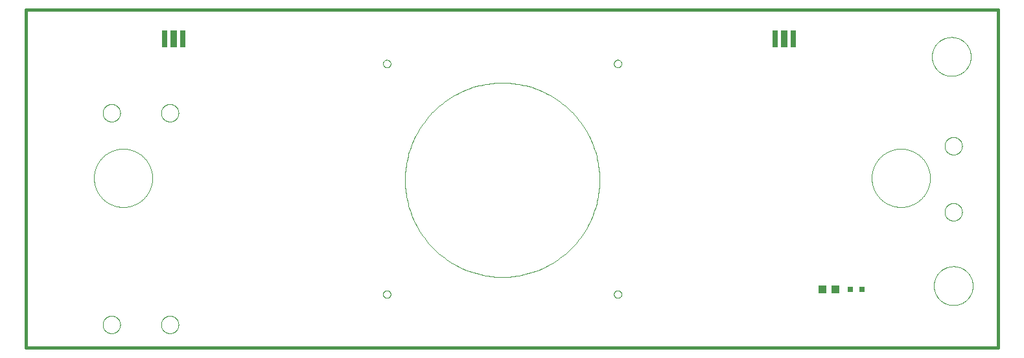
<source format=gtp>
G75*
%MOIN*%
%OFA0B0*%
%FSLAX25Y25*%
%IPPOS*%
%LPD*%
%AMOC8*
5,1,8,0,0,1.08239X$1,22.5*
%
%ADD10C,0.01600*%
%ADD11C,0.00000*%
%ADD12R,0.03622X0.09016*%
%ADD13R,0.02598X0.09016*%
%ADD14R,0.03150X0.03150*%
%ADD15R,0.04331X0.03937*%
D10*
X0128333Y0033333D02*
X0128333Y0207333D01*
X0628333Y0207333D01*
X0628333Y0033333D01*
X0128333Y0033333D01*
D11*
X0167833Y0045333D02*
X0167835Y0045467D01*
X0167841Y0045601D01*
X0167851Y0045734D01*
X0167865Y0045868D01*
X0167883Y0046001D01*
X0167905Y0046133D01*
X0167930Y0046264D01*
X0167960Y0046395D01*
X0167994Y0046525D01*
X0168031Y0046653D01*
X0168072Y0046781D01*
X0168117Y0046907D01*
X0168166Y0047032D01*
X0168218Y0047155D01*
X0168274Y0047277D01*
X0168334Y0047397D01*
X0168397Y0047515D01*
X0168464Y0047631D01*
X0168534Y0047745D01*
X0168608Y0047857D01*
X0168685Y0047967D01*
X0168765Y0048075D01*
X0168848Y0048180D01*
X0168934Y0048282D01*
X0169023Y0048382D01*
X0169116Y0048479D01*
X0169211Y0048574D01*
X0169309Y0048665D01*
X0169409Y0048754D01*
X0169512Y0048839D01*
X0169618Y0048922D01*
X0169726Y0049001D01*
X0169836Y0049077D01*
X0169949Y0049150D01*
X0170064Y0049219D01*
X0170180Y0049285D01*
X0170299Y0049347D01*
X0170419Y0049406D01*
X0170542Y0049461D01*
X0170665Y0049513D01*
X0170790Y0049560D01*
X0170917Y0049604D01*
X0171045Y0049645D01*
X0171174Y0049681D01*
X0171304Y0049714D01*
X0171435Y0049742D01*
X0171566Y0049767D01*
X0171699Y0049788D01*
X0171832Y0049805D01*
X0171965Y0049818D01*
X0172099Y0049827D01*
X0172233Y0049832D01*
X0172367Y0049833D01*
X0172500Y0049830D01*
X0172634Y0049823D01*
X0172768Y0049812D01*
X0172901Y0049797D01*
X0173034Y0049778D01*
X0173166Y0049755D01*
X0173297Y0049729D01*
X0173427Y0049698D01*
X0173557Y0049663D01*
X0173685Y0049625D01*
X0173812Y0049583D01*
X0173938Y0049537D01*
X0174063Y0049487D01*
X0174186Y0049434D01*
X0174307Y0049377D01*
X0174427Y0049316D01*
X0174544Y0049252D01*
X0174660Y0049185D01*
X0174774Y0049114D01*
X0174885Y0049039D01*
X0174994Y0048962D01*
X0175101Y0048881D01*
X0175206Y0048797D01*
X0175307Y0048710D01*
X0175407Y0048620D01*
X0175503Y0048527D01*
X0175597Y0048431D01*
X0175688Y0048332D01*
X0175775Y0048231D01*
X0175860Y0048127D01*
X0175942Y0048021D01*
X0176020Y0047913D01*
X0176095Y0047802D01*
X0176167Y0047689D01*
X0176236Y0047573D01*
X0176301Y0047456D01*
X0176362Y0047337D01*
X0176420Y0047216D01*
X0176474Y0047094D01*
X0176525Y0046970D01*
X0176572Y0046844D01*
X0176615Y0046717D01*
X0176654Y0046589D01*
X0176690Y0046460D01*
X0176721Y0046330D01*
X0176749Y0046199D01*
X0176773Y0046067D01*
X0176793Y0045934D01*
X0176809Y0045801D01*
X0176821Y0045668D01*
X0176829Y0045534D01*
X0176833Y0045400D01*
X0176833Y0045266D01*
X0176829Y0045132D01*
X0176821Y0044998D01*
X0176809Y0044865D01*
X0176793Y0044732D01*
X0176773Y0044599D01*
X0176749Y0044467D01*
X0176721Y0044336D01*
X0176690Y0044206D01*
X0176654Y0044077D01*
X0176615Y0043949D01*
X0176572Y0043822D01*
X0176525Y0043696D01*
X0176474Y0043572D01*
X0176420Y0043450D01*
X0176362Y0043329D01*
X0176301Y0043210D01*
X0176236Y0043093D01*
X0176167Y0042977D01*
X0176095Y0042864D01*
X0176020Y0042753D01*
X0175942Y0042645D01*
X0175860Y0042539D01*
X0175775Y0042435D01*
X0175688Y0042334D01*
X0175597Y0042235D01*
X0175503Y0042139D01*
X0175407Y0042046D01*
X0175307Y0041956D01*
X0175206Y0041869D01*
X0175101Y0041785D01*
X0174994Y0041704D01*
X0174885Y0041627D01*
X0174774Y0041552D01*
X0174660Y0041481D01*
X0174544Y0041414D01*
X0174427Y0041350D01*
X0174307Y0041289D01*
X0174186Y0041232D01*
X0174063Y0041179D01*
X0173938Y0041129D01*
X0173812Y0041083D01*
X0173685Y0041041D01*
X0173557Y0041003D01*
X0173427Y0040968D01*
X0173297Y0040937D01*
X0173166Y0040911D01*
X0173034Y0040888D01*
X0172901Y0040869D01*
X0172768Y0040854D01*
X0172634Y0040843D01*
X0172500Y0040836D01*
X0172367Y0040833D01*
X0172233Y0040834D01*
X0172099Y0040839D01*
X0171965Y0040848D01*
X0171832Y0040861D01*
X0171699Y0040878D01*
X0171566Y0040899D01*
X0171435Y0040924D01*
X0171304Y0040952D01*
X0171174Y0040985D01*
X0171045Y0041021D01*
X0170917Y0041062D01*
X0170790Y0041106D01*
X0170665Y0041153D01*
X0170542Y0041205D01*
X0170419Y0041260D01*
X0170299Y0041319D01*
X0170180Y0041381D01*
X0170064Y0041447D01*
X0169949Y0041516D01*
X0169836Y0041589D01*
X0169726Y0041665D01*
X0169618Y0041744D01*
X0169512Y0041827D01*
X0169409Y0041912D01*
X0169309Y0042001D01*
X0169211Y0042092D01*
X0169116Y0042187D01*
X0169023Y0042284D01*
X0168934Y0042384D01*
X0168848Y0042486D01*
X0168765Y0042591D01*
X0168685Y0042699D01*
X0168608Y0042809D01*
X0168534Y0042921D01*
X0168464Y0043035D01*
X0168397Y0043151D01*
X0168334Y0043269D01*
X0168274Y0043389D01*
X0168218Y0043511D01*
X0168166Y0043634D01*
X0168117Y0043759D01*
X0168072Y0043885D01*
X0168031Y0044013D01*
X0167994Y0044141D01*
X0167960Y0044271D01*
X0167930Y0044402D01*
X0167905Y0044533D01*
X0167883Y0044665D01*
X0167865Y0044798D01*
X0167851Y0044932D01*
X0167841Y0045065D01*
X0167835Y0045199D01*
X0167833Y0045333D01*
X0197833Y0045333D02*
X0197835Y0045467D01*
X0197841Y0045601D01*
X0197851Y0045734D01*
X0197865Y0045868D01*
X0197883Y0046001D01*
X0197905Y0046133D01*
X0197930Y0046264D01*
X0197960Y0046395D01*
X0197994Y0046525D01*
X0198031Y0046653D01*
X0198072Y0046781D01*
X0198117Y0046907D01*
X0198166Y0047032D01*
X0198218Y0047155D01*
X0198274Y0047277D01*
X0198334Y0047397D01*
X0198397Y0047515D01*
X0198464Y0047631D01*
X0198534Y0047745D01*
X0198608Y0047857D01*
X0198685Y0047967D01*
X0198765Y0048075D01*
X0198848Y0048180D01*
X0198934Y0048282D01*
X0199023Y0048382D01*
X0199116Y0048479D01*
X0199211Y0048574D01*
X0199309Y0048665D01*
X0199409Y0048754D01*
X0199512Y0048839D01*
X0199618Y0048922D01*
X0199726Y0049001D01*
X0199836Y0049077D01*
X0199949Y0049150D01*
X0200064Y0049219D01*
X0200180Y0049285D01*
X0200299Y0049347D01*
X0200419Y0049406D01*
X0200542Y0049461D01*
X0200665Y0049513D01*
X0200790Y0049560D01*
X0200917Y0049604D01*
X0201045Y0049645D01*
X0201174Y0049681D01*
X0201304Y0049714D01*
X0201435Y0049742D01*
X0201566Y0049767D01*
X0201699Y0049788D01*
X0201832Y0049805D01*
X0201965Y0049818D01*
X0202099Y0049827D01*
X0202233Y0049832D01*
X0202367Y0049833D01*
X0202500Y0049830D01*
X0202634Y0049823D01*
X0202768Y0049812D01*
X0202901Y0049797D01*
X0203034Y0049778D01*
X0203166Y0049755D01*
X0203297Y0049729D01*
X0203427Y0049698D01*
X0203557Y0049663D01*
X0203685Y0049625D01*
X0203812Y0049583D01*
X0203938Y0049537D01*
X0204063Y0049487D01*
X0204186Y0049434D01*
X0204307Y0049377D01*
X0204427Y0049316D01*
X0204544Y0049252D01*
X0204660Y0049185D01*
X0204774Y0049114D01*
X0204885Y0049039D01*
X0204994Y0048962D01*
X0205101Y0048881D01*
X0205206Y0048797D01*
X0205307Y0048710D01*
X0205407Y0048620D01*
X0205503Y0048527D01*
X0205597Y0048431D01*
X0205688Y0048332D01*
X0205775Y0048231D01*
X0205860Y0048127D01*
X0205942Y0048021D01*
X0206020Y0047913D01*
X0206095Y0047802D01*
X0206167Y0047689D01*
X0206236Y0047573D01*
X0206301Y0047456D01*
X0206362Y0047337D01*
X0206420Y0047216D01*
X0206474Y0047094D01*
X0206525Y0046970D01*
X0206572Y0046844D01*
X0206615Y0046717D01*
X0206654Y0046589D01*
X0206690Y0046460D01*
X0206721Y0046330D01*
X0206749Y0046199D01*
X0206773Y0046067D01*
X0206793Y0045934D01*
X0206809Y0045801D01*
X0206821Y0045668D01*
X0206829Y0045534D01*
X0206833Y0045400D01*
X0206833Y0045266D01*
X0206829Y0045132D01*
X0206821Y0044998D01*
X0206809Y0044865D01*
X0206793Y0044732D01*
X0206773Y0044599D01*
X0206749Y0044467D01*
X0206721Y0044336D01*
X0206690Y0044206D01*
X0206654Y0044077D01*
X0206615Y0043949D01*
X0206572Y0043822D01*
X0206525Y0043696D01*
X0206474Y0043572D01*
X0206420Y0043450D01*
X0206362Y0043329D01*
X0206301Y0043210D01*
X0206236Y0043093D01*
X0206167Y0042977D01*
X0206095Y0042864D01*
X0206020Y0042753D01*
X0205942Y0042645D01*
X0205860Y0042539D01*
X0205775Y0042435D01*
X0205688Y0042334D01*
X0205597Y0042235D01*
X0205503Y0042139D01*
X0205407Y0042046D01*
X0205307Y0041956D01*
X0205206Y0041869D01*
X0205101Y0041785D01*
X0204994Y0041704D01*
X0204885Y0041627D01*
X0204774Y0041552D01*
X0204660Y0041481D01*
X0204544Y0041414D01*
X0204427Y0041350D01*
X0204307Y0041289D01*
X0204186Y0041232D01*
X0204063Y0041179D01*
X0203938Y0041129D01*
X0203812Y0041083D01*
X0203685Y0041041D01*
X0203557Y0041003D01*
X0203427Y0040968D01*
X0203297Y0040937D01*
X0203166Y0040911D01*
X0203034Y0040888D01*
X0202901Y0040869D01*
X0202768Y0040854D01*
X0202634Y0040843D01*
X0202500Y0040836D01*
X0202367Y0040833D01*
X0202233Y0040834D01*
X0202099Y0040839D01*
X0201965Y0040848D01*
X0201832Y0040861D01*
X0201699Y0040878D01*
X0201566Y0040899D01*
X0201435Y0040924D01*
X0201304Y0040952D01*
X0201174Y0040985D01*
X0201045Y0041021D01*
X0200917Y0041062D01*
X0200790Y0041106D01*
X0200665Y0041153D01*
X0200542Y0041205D01*
X0200419Y0041260D01*
X0200299Y0041319D01*
X0200180Y0041381D01*
X0200064Y0041447D01*
X0199949Y0041516D01*
X0199836Y0041589D01*
X0199726Y0041665D01*
X0199618Y0041744D01*
X0199512Y0041827D01*
X0199409Y0041912D01*
X0199309Y0042001D01*
X0199211Y0042092D01*
X0199116Y0042187D01*
X0199023Y0042284D01*
X0198934Y0042384D01*
X0198848Y0042486D01*
X0198765Y0042591D01*
X0198685Y0042699D01*
X0198608Y0042809D01*
X0198534Y0042921D01*
X0198464Y0043035D01*
X0198397Y0043151D01*
X0198334Y0043269D01*
X0198274Y0043389D01*
X0198218Y0043511D01*
X0198166Y0043634D01*
X0198117Y0043759D01*
X0198072Y0043885D01*
X0198031Y0044013D01*
X0197994Y0044141D01*
X0197960Y0044271D01*
X0197930Y0044402D01*
X0197905Y0044533D01*
X0197883Y0044665D01*
X0197865Y0044798D01*
X0197851Y0044932D01*
X0197841Y0045065D01*
X0197835Y0045199D01*
X0197833Y0045333D01*
X0312005Y0060958D02*
X0312007Y0061046D01*
X0312013Y0061134D01*
X0312023Y0061222D01*
X0312037Y0061309D01*
X0312055Y0061396D01*
X0312076Y0061481D01*
X0312102Y0061566D01*
X0312131Y0061649D01*
X0312164Y0061731D01*
X0312201Y0061811D01*
X0312241Y0061890D01*
X0312285Y0061966D01*
X0312333Y0062041D01*
X0312383Y0062113D01*
X0312437Y0062183D01*
X0312494Y0062251D01*
X0312554Y0062315D01*
X0312617Y0062377D01*
X0312682Y0062437D01*
X0312750Y0062493D01*
X0312821Y0062546D01*
X0312894Y0062596D01*
X0312969Y0062642D01*
X0313046Y0062685D01*
X0313125Y0062724D01*
X0313206Y0062760D01*
X0313288Y0062792D01*
X0313371Y0062821D01*
X0313456Y0062845D01*
X0313542Y0062866D01*
X0313629Y0062883D01*
X0313716Y0062896D01*
X0313804Y0062905D01*
X0313892Y0062910D01*
X0313980Y0062911D01*
X0314068Y0062908D01*
X0314156Y0062901D01*
X0314244Y0062890D01*
X0314331Y0062875D01*
X0314417Y0062856D01*
X0314502Y0062834D01*
X0314587Y0062807D01*
X0314670Y0062777D01*
X0314751Y0062743D01*
X0314831Y0062705D01*
X0314909Y0062664D01*
X0314985Y0062619D01*
X0315059Y0062571D01*
X0315131Y0062520D01*
X0315200Y0062465D01*
X0315267Y0062407D01*
X0315331Y0062347D01*
X0315393Y0062283D01*
X0315451Y0062217D01*
X0315506Y0062148D01*
X0315559Y0062077D01*
X0315607Y0062004D01*
X0315653Y0061928D01*
X0315695Y0061851D01*
X0315734Y0061771D01*
X0315769Y0061690D01*
X0315800Y0061607D01*
X0315827Y0061524D01*
X0315851Y0061439D01*
X0315871Y0061353D01*
X0315887Y0061266D01*
X0315899Y0061178D01*
X0315907Y0061090D01*
X0315911Y0061002D01*
X0315911Y0060914D01*
X0315907Y0060826D01*
X0315899Y0060738D01*
X0315887Y0060650D01*
X0315871Y0060563D01*
X0315851Y0060477D01*
X0315827Y0060392D01*
X0315800Y0060309D01*
X0315769Y0060226D01*
X0315734Y0060145D01*
X0315695Y0060065D01*
X0315653Y0059988D01*
X0315607Y0059912D01*
X0315559Y0059839D01*
X0315506Y0059768D01*
X0315451Y0059699D01*
X0315393Y0059633D01*
X0315331Y0059569D01*
X0315267Y0059509D01*
X0315200Y0059451D01*
X0315131Y0059396D01*
X0315059Y0059345D01*
X0314985Y0059297D01*
X0314909Y0059252D01*
X0314831Y0059211D01*
X0314751Y0059173D01*
X0314670Y0059139D01*
X0314587Y0059109D01*
X0314502Y0059082D01*
X0314417Y0059060D01*
X0314331Y0059041D01*
X0314244Y0059026D01*
X0314156Y0059015D01*
X0314068Y0059008D01*
X0313980Y0059005D01*
X0313892Y0059006D01*
X0313804Y0059011D01*
X0313716Y0059020D01*
X0313629Y0059033D01*
X0313542Y0059050D01*
X0313456Y0059071D01*
X0313371Y0059095D01*
X0313288Y0059124D01*
X0313206Y0059156D01*
X0313125Y0059192D01*
X0313046Y0059231D01*
X0312969Y0059274D01*
X0312894Y0059320D01*
X0312821Y0059370D01*
X0312750Y0059423D01*
X0312682Y0059479D01*
X0312617Y0059539D01*
X0312554Y0059601D01*
X0312494Y0059665D01*
X0312437Y0059733D01*
X0312383Y0059803D01*
X0312333Y0059875D01*
X0312285Y0059950D01*
X0312241Y0060026D01*
X0312201Y0060105D01*
X0312164Y0060185D01*
X0312131Y0060267D01*
X0312102Y0060350D01*
X0312076Y0060435D01*
X0312055Y0060520D01*
X0312037Y0060607D01*
X0312023Y0060694D01*
X0312013Y0060782D01*
X0312007Y0060870D01*
X0312005Y0060958D01*
X0430755Y0060958D02*
X0430757Y0061046D01*
X0430763Y0061134D01*
X0430773Y0061222D01*
X0430787Y0061309D01*
X0430805Y0061396D01*
X0430826Y0061481D01*
X0430852Y0061566D01*
X0430881Y0061649D01*
X0430914Y0061731D01*
X0430951Y0061811D01*
X0430991Y0061890D01*
X0431035Y0061966D01*
X0431083Y0062041D01*
X0431133Y0062113D01*
X0431187Y0062183D01*
X0431244Y0062251D01*
X0431304Y0062315D01*
X0431367Y0062377D01*
X0431432Y0062437D01*
X0431500Y0062493D01*
X0431571Y0062546D01*
X0431644Y0062596D01*
X0431719Y0062642D01*
X0431796Y0062685D01*
X0431875Y0062724D01*
X0431956Y0062760D01*
X0432038Y0062792D01*
X0432121Y0062821D01*
X0432206Y0062845D01*
X0432292Y0062866D01*
X0432379Y0062883D01*
X0432466Y0062896D01*
X0432554Y0062905D01*
X0432642Y0062910D01*
X0432730Y0062911D01*
X0432818Y0062908D01*
X0432906Y0062901D01*
X0432994Y0062890D01*
X0433081Y0062875D01*
X0433167Y0062856D01*
X0433252Y0062834D01*
X0433337Y0062807D01*
X0433420Y0062777D01*
X0433501Y0062743D01*
X0433581Y0062705D01*
X0433659Y0062664D01*
X0433735Y0062619D01*
X0433809Y0062571D01*
X0433881Y0062520D01*
X0433950Y0062465D01*
X0434017Y0062407D01*
X0434081Y0062347D01*
X0434143Y0062283D01*
X0434201Y0062217D01*
X0434256Y0062148D01*
X0434309Y0062077D01*
X0434357Y0062004D01*
X0434403Y0061928D01*
X0434445Y0061851D01*
X0434484Y0061771D01*
X0434519Y0061690D01*
X0434550Y0061607D01*
X0434577Y0061524D01*
X0434601Y0061439D01*
X0434621Y0061353D01*
X0434637Y0061266D01*
X0434649Y0061178D01*
X0434657Y0061090D01*
X0434661Y0061002D01*
X0434661Y0060914D01*
X0434657Y0060826D01*
X0434649Y0060738D01*
X0434637Y0060650D01*
X0434621Y0060563D01*
X0434601Y0060477D01*
X0434577Y0060392D01*
X0434550Y0060309D01*
X0434519Y0060226D01*
X0434484Y0060145D01*
X0434445Y0060065D01*
X0434403Y0059988D01*
X0434357Y0059912D01*
X0434309Y0059839D01*
X0434256Y0059768D01*
X0434201Y0059699D01*
X0434143Y0059633D01*
X0434081Y0059569D01*
X0434017Y0059509D01*
X0433950Y0059451D01*
X0433881Y0059396D01*
X0433809Y0059345D01*
X0433735Y0059297D01*
X0433659Y0059252D01*
X0433581Y0059211D01*
X0433501Y0059173D01*
X0433420Y0059139D01*
X0433337Y0059109D01*
X0433252Y0059082D01*
X0433167Y0059060D01*
X0433081Y0059041D01*
X0432994Y0059026D01*
X0432906Y0059015D01*
X0432818Y0059008D01*
X0432730Y0059005D01*
X0432642Y0059006D01*
X0432554Y0059011D01*
X0432466Y0059020D01*
X0432379Y0059033D01*
X0432292Y0059050D01*
X0432206Y0059071D01*
X0432121Y0059095D01*
X0432038Y0059124D01*
X0431956Y0059156D01*
X0431875Y0059192D01*
X0431796Y0059231D01*
X0431719Y0059274D01*
X0431644Y0059320D01*
X0431571Y0059370D01*
X0431500Y0059423D01*
X0431432Y0059479D01*
X0431367Y0059539D01*
X0431304Y0059601D01*
X0431244Y0059665D01*
X0431187Y0059733D01*
X0431133Y0059803D01*
X0431083Y0059875D01*
X0431035Y0059950D01*
X0430991Y0060026D01*
X0430951Y0060105D01*
X0430914Y0060185D01*
X0430881Y0060267D01*
X0430852Y0060350D01*
X0430826Y0060435D01*
X0430805Y0060520D01*
X0430787Y0060607D01*
X0430773Y0060694D01*
X0430763Y0060782D01*
X0430757Y0060870D01*
X0430755Y0060958D01*
X0595333Y0065333D02*
X0595336Y0065578D01*
X0595345Y0065824D01*
X0595360Y0066069D01*
X0595381Y0066313D01*
X0595408Y0066557D01*
X0595441Y0066800D01*
X0595480Y0067043D01*
X0595525Y0067284D01*
X0595576Y0067524D01*
X0595633Y0067763D01*
X0595695Y0068000D01*
X0595764Y0068236D01*
X0595838Y0068470D01*
X0595918Y0068702D01*
X0596003Y0068932D01*
X0596094Y0069160D01*
X0596191Y0069385D01*
X0596293Y0069609D01*
X0596401Y0069829D01*
X0596514Y0070047D01*
X0596632Y0070262D01*
X0596756Y0070474D01*
X0596884Y0070683D01*
X0597018Y0070889D01*
X0597157Y0071091D01*
X0597301Y0071290D01*
X0597450Y0071485D01*
X0597603Y0071677D01*
X0597761Y0071865D01*
X0597923Y0072049D01*
X0598091Y0072228D01*
X0598262Y0072404D01*
X0598438Y0072575D01*
X0598617Y0072743D01*
X0598801Y0072905D01*
X0598989Y0073063D01*
X0599181Y0073216D01*
X0599376Y0073365D01*
X0599575Y0073509D01*
X0599777Y0073648D01*
X0599983Y0073782D01*
X0600192Y0073910D01*
X0600404Y0074034D01*
X0600619Y0074152D01*
X0600837Y0074265D01*
X0601057Y0074373D01*
X0601281Y0074475D01*
X0601506Y0074572D01*
X0601734Y0074663D01*
X0601964Y0074748D01*
X0602196Y0074828D01*
X0602430Y0074902D01*
X0602666Y0074971D01*
X0602903Y0075033D01*
X0603142Y0075090D01*
X0603382Y0075141D01*
X0603623Y0075186D01*
X0603866Y0075225D01*
X0604109Y0075258D01*
X0604353Y0075285D01*
X0604597Y0075306D01*
X0604842Y0075321D01*
X0605088Y0075330D01*
X0605333Y0075333D01*
X0605578Y0075330D01*
X0605824Y0075321D01*
X0606069Y0075306D01*
X0606313Y0075285D01*
X0606557Y0075258D01*
X0606800Y0075225D01*
X0607043Y0075186D01*
X0607284Y0075141D01*
X0607524Y0075090D01*
X0607763Y0075033D01*
X0608000Y0074971D01*
X0608236Y0074902D01*
X0608470Y0074828D01*
X0608702Y0074748D01*
X0608932Y0074663D01*
X0609160Y0074572D01*
X0609385Y0074475D01*
X0609609Y0074373D01*
X0609829Y0074265D01*
X0610047Y0074152D01*
X0610262Y0074034D01*
X0610474Y0073910D01*
X0610683Y0073782D01*
X0610889Y0073648D01*
X0611091Y0073509D01*
X0611290Y0073365D01*
X0611485Y0073216D01*
X0611677Y0073063D01*
X0611865Y0072905D01*
X0612049Y0072743D01*
X0612228Y0072575D01*
X0612404Y0072404D01*
X0612575Y0072228D01*
X0612743Y0072049D01*
X0612905Y0071865D01*
X0613063Y0071677D01*
X0613216Y0071485D01*
X0613365Y0071290D01*
X0613509Y0071091D01*
X0613648Y0070889D01*
X0613782Y0070683D01*
X0613910Y0070474D01*
X0614034Y0070262D01*
X0614152Y0070047D01*
X0614265Y0069829D01*
X0614373Y0069609D01*
X0614475Y0069385D01*
X0614572Y0069160D01*
X0614663Y0068932D01*
X0614748Y0068702D01*
X0614828Y0068470D01*
X0614902Y0068236D01*
X0614971Y0068000D01*
X0615033Y0067763D01*
X0615090Y0067524D01*
X0615141Y0067284D01*
X0615186Y0067043D01*
X0615225Y0066800D01*
X0615258Y0066557D01*
X0615285Y0066313D01*
X0615306Y0066069D01*
X0615321Y0065824D01*
X0615330Y0065578D01*
X0615333Y0065333D01*
X0615330Y0065088D01*
X0615321Y0064842D01*
X0615306Y0064597D01*
X0615285Y0064353D01*
X0615258Y0064109D01*
X0615225Y0063866D01*
X0615186Y0063623D01*
X0615141Y0063382D01*
X0615090Y0063142D01*
X0615033Y0062903D01*
X0614971Y0062666D01*
X0614902Y0062430D01*
X0614828Y0062196D01*
X0614748Y0061964D01*
X0614663Y0061734D01*
X0614572Y0061506D01*
X0614475Y0061281D01*
X0614373Y0061057D01*
X0614265Y0060837D01*
X0614152Y0060619D01*
X0614034Y0060404D01*
X0613910Y0060192D01*
X0613782Y0059983D01*
X0613648Y0059777D01*
X0613509Y0059575D01*
X0613365Y0059376D01*
X0613216Y0059181D01*
X0613063Y0058989D01*
X0612905Y0058801D01*
X0612743Y0058617D01*
X0612575Y0058438D01*
X0612404Y0058262D01*
X0612228Y0058091D01*
X0612049Y0057923D01*
X0611865Y0057761D01*
X0611677Y0057603D01*
X0611485Y0057450D01*
X0611290Y0057301D01*
X0611091Y0057157D01*
X0610889Y0057018D01*
X0610683Y0056884D01*
X0610474Y0056756D01*
X0610262Y0056632D01*
X0610047Y0056514D01*
X0609829Y0056401D01*
X0609609Y0056293D01*
X0609385Y0056191D01*
X0609160Y0056094D01*
X0608932Y0056003D01*
X0608702Y0055918D01*
X0608470Y0055838D01*
X0608236Y0055764D01*
X0608000Y0055695D01*
X0607763Y0055633D01*
X0607524Y0055576D01*
X0607284Y0055525D01*
X0607043Y0055480D01*
X0606800Y0055441D01*
X0606557Y0055408D01*
X0606313Y0055381D01*
X0606069Y0055360D01*
X0605824Y0055345D01*
X0605578Y0055336D01*
X0605333Y0055333D01*
X0605088Y0055336D01*
X0604842Y0055345D01*
X0604597Y0055360D01*
X0604353Y0055381D01*
X0604109Y0055408D01*
X0603866Y0055441D01*
X0603623Y0055480D01*
X0603382Y0055525D01*
X0603142Y0055576D01*
X0602903Y0055633D01*
X0602666Y0055695D01*
X0602430Y0055764D01*
X0602196Y0055838D01*
X0601964Y0055918D01*
X0601734Y0056003D01*
X0601506Y0056094D01*
X0601281Y0056191D01*
X0601057Y0056293D01*
X0600837Y0056401D01*
X0600619Y0056514D01*
X0600404Y0056632D01*
X0600192Y0056756D01*
X0599983Y0056884D01*
X0599777Y0057018D01*
X0599575Y0057157D01*
X0599376Y0057301D01*
X0599181Y0057450D01*
X0598989Y0057603D01*
X0598801Y0057761D01*
X0598617Y0057923D01*
X0598438Y0058091D01*
X0598262Y0058262D01*
X0598091Y0058438D01*
X0597923Y0058617D01*
X0597761Y0058801D01*
X0597603Y0058989D01*
X0597450Y0059181D01*
X0597301Y0059376D01*
X0597157Y0059575D01*
X0597018Y0059777D01*
X0596884Y0059983D01*
X0596756Y0060192D01*
X0596632Y0060404D01*
X0596514Y0060619D01*
X0596401Y0060837D01*
X0596293Y0061057D01*
X0596191Y0061281D01*
X0596094Y0061506D01*
X0596003Y0061734D01*
X0595918Y0061964D01*
X0595838Y0062196D01*
X0595764Y0062430D01*
X0595695Y0062666D01*
X0595633Y0062903D01*
X0595576Y0063142D01*
X0595525Y0063382D01*
X0595480Y0063623D01*
X0595441Y0063866D01*
X0595408Y0064109D01*
X0595381Y0064353D01*
X0595360Y0064597D01*
X0595345Y0064842D01*
X0595336Y0065088D01*
X0595333Y0065333D01*
X0600833Y0103333D02*
X0600835Y0103467D01*
X0600841Y0103601D01*
X0600851Y0103734D01*
X0600865Y0103868D01*
X0600883Y0104001D01*
X0600905Y0104133D01*
X0600930Y0104264D01*
X0600960Y0104395D01*
X0600994Y0104525D01*
X0601031Y0104653D01*
X0601072Y0104781D01*
X0601117Y0104907D01*
X0601166Y0105032D01*
X0601218Y0105155D01*
X0601274Y0105277D01*
X0601334Y0105397D01*
X0601397Y0105515D01*
X0601464Y0105631D01*
X0601534Y0105745D01*
X0601608Y0105857D01*
X0601685Y0105967D01*
X0601765Y0106075D01*
X0601848Y0106180D01*
X0601934Y0106282D01*
X0602023Y0106382D01*
X0602116Y0106479D01*
X0602211Y0106574D01*
X0602309Y0106665D01*
X0602409Y0106754D01*
X0602512Y0106839D01*
X0602618Y0106922D01*
X0602726Y0107001D01*
X0602836Y0107077D01*
X0602949Y0107150D01*
X0603064Y0107219D01*
X0603180Y0107285D01*
X0603299Y0107347D01*
X0603419Y0107406D01*
X0603542Y0107461D01*
X0603665Y0107513D01*
X0603790Y0107560D01*
X0603917Y0107604D01*
X0604045Y0107645D01*
X0604174Y0107681D01*
X0604304Y0107714D01*
X0604435Y0107742D01*
X0604566Y0107767D01*
X0604699Y0107788D01*
X0604832Y0107805D01*
X0604965Y0107818D01*
X0605099Y0107827D01*
X0605233Y0107832D01*
X0605367Y0107833D01*
X0605500Y0107830D01*
X0605634Y0107823D01*
X0605768Y0107812D01*
X0605901Y0107797D01*
X0606034Y0107778D01*
X0606166Y0107755D01*
X0606297Y0107729D01*
X0606427Y0107698D01*
X0606557Y0107663D01*
X0606685Y0107625D01*
X0606812Y0107583D01*
X0606938Y0107537D01*
X0607063Y0107487D01*
X0607186Y0107434D01*
X0607307Y0107377D01*
X0607427Y0107316D01*
X0607544Y0107252D01*
X0607660Y0107185D01*
X0607774Y0107114D01*
X0607885Y0107039D01*
X0607994Y0106962D01*
X0608101Y0106881D01*
X0608206Y0106797D01*
X0608307Y0106710D01*
X0608407Y0106620D01*
X0608503Y0106527D01*
X0608597Y0106431D01*
X0608688Y0106332D01*
X0608775Y0106231D01*
X0608860Y0106127D01*
X0608942Y0106021D01*
X0609020Y0105913D01*
X0609095Y0105802D01*
X0609167Y0105689D01*
X0609236Y0105573D01*
X0609301Y0105456D01*
X0609362Y0105337D01*
X0609420Y0105216D01*
X0609474Y0105094D01*
X0609525Y0104970D01*
X0609572Y0104844D01*
X0609615Y0104717D01*
X0609654Y0104589D01*
X0609690Y0104460D01*
X0609721Y0104330D01*
X0609749Y0104199D01*
X0609773Y0104067D01*
X0609793Y0103934D01*
X0609809Y0103801D01*
X0609821Y0103668D01*
X0609829Y0103534D01*
X0609833Y0103400D01*
X0609833Y0103266D01*
X0609829Y0103132D01*
X0609821Y0102998D01*
X0609809Y0102865D01*
X0609793Y0102732D01*
X0609773Y0102599D01*
X0609749Y0102467D01*
X0609721Y0102336D01*
X0609690Y0102206D01*
X0609654Y0102077D01*
X0609615Y0101949D01*
X0609572Y0101822D01*
X0609525Y0101696D01*
X0609474Y0101572D01*
X0609420Y0101450D01*
X0609362Y0101329D01*
X0609301Y0101210D01*
X0609236Y0101093D01*
X0609167Y0100977D01*
X0609095Y0100864D01*
X0609020Y0100753D01*
X0608942Y0100645D01*
X0608860Y0100539D01*
X0608775Y0100435D01*
X0608688Y0100334D01*
X0608597Y0100235D01*
X0608503Y0100139D01*
X0608407Y0100046D01*
X0608307Y0099956D01*
X0608206Y0099869D01*
X0608101Y0099785D01*
X0607994Y0099704D01*
X0607885Y0099627D01*
X0607774Y0099552D01*
X0607660Y0099481D01*
X0607544Y0099414D01*
X0607427Y0099350D01*
X0607307Y0099289D01*
X0607186Y0099232D01*
X0607063Y0099179D01*
X0606938Y0099129D01*
X0606812Y0099083D01*
X0606685Y0099041D01*
X0606557Y0099003D01*
X0606427Y0098968D01*
X0606297Y0098937D01*
X0606166Y0098911D01*
X0606034Y0098888D01*
X0605901Y0098869D01*
X0605768Y0098854D01*
X0605634Y0098843D01*
X0605500Y0098836D01*
X0605367Y0098833D01*
X0605233Y0098834D01*
X0605099Y0098839D01*
X0604965Y0098848D01*
X0604832Y0098861D01*
X0604699Y0098878D01*
X0604566Y0098899D01*
X0604435Y0098924D01*
X0604304Y0098952D01*
X0604174Y0098985D01*
X0604045Y0099021D01*
X0603917Y0099062D01*
X0603790Y0099106D01*
X0603665Y0099153D01*
X0603542Y0099205D01*
X0603419Y0099260D01*
X0603299Y0099319D01*
X0603180Y0099381D01*
X0603064Y0099447D01*
X0602949Y0099516D01*
X0602836Y0099589D01*
X0602726Y0099665D01*
X0602618Y0099744D01*
X0602512Y0099827D01*
X0602409Y0099912D01*
X0602309Y0100001D01*
X0602211Y0100092D01*
X0602116Y0100187D01*
X0602023Y0100284D01*
X0601934Y0100384D01*
X0601848Y0100486D01*
X0601765Y0100591D01*
X0601685Y0100699D01*
X0601608Y0100809D01*
X0601534Y0100921D01*
X0601464Y0101035D01*
X0601397Y0101151D01*
X0601334Y0101269D01*
X0601274Y0101389D01*
X0601218Y0101511D01*
X0601166Y0101634D01*
X0601117Y0101759D01*
X0601072Y0101885D01*
X0601031Y0102013D01*
X0600994Y0102141D01*
X0600960Y0102271D01*
X0600930Y0102402D01*
X0600905Y0102533D01*
X0600883Y0102665D01*
X0600865Y0102798D01*
X0600851Y0102932D01*
X0600841Y0103065D01*
X0600835Y0103199D01*
X0600833Y0103333D01*
X0563333Y0120833D02*
X0563338Y0121201D01*
X0563351Y0121569D01*
X0563374Y0121936D01*
X0563405Y0122303D01*
X0563446Y0122669D01*
X0563495Y0123034D01*
X0563554Y0123397D01*
X0563621Y0123759D01*
X0563697Y0124120D01*
X0563783Y0124478D01*
X0563876Y0124834D01*
X0563979Y0125187D01*
X0564090Y0125538D01*
X0564210Y0125886D01*
X0564338Y0126231D01*
X0564475Y0126573D01*
X0564620Y0126912D01*
X0564773Y0127246D01*
X0564935Y0127577D01*
X0565104Y0127904D01*
X0565282Y0128226D01*
X0565467Y0128545D01*
X0565660Y0128858D01*
X0565861Y0129167D01*
X0566069Y0129470D01*
X0566285Y0129768D01*
X0566508Y0130061D01*
X0566738Y0130349D01*
X0566975Y0130631D01*
X0567219Y0130906D01*
X0567469Y0131176D01*
X0567726Y0131440D01*
X0567990Y0131697D01*
X0568260Y0131947D01*
X0568535Y0132191D01*
X0568817Y0132428D01*
X0569105Y0132658D01*
X0569398Y0132881D01*
X0569696Y0133097D01*
X0569999Y0133305D01*
X0570308Y0133506D01*
X0570621Y0133699D01*
X0570940Y0133884D01*
X0571262Y0134062D01*
X0571589Y0134231D01*
X0571920Y0134393D01*
X0572254Y0134546D01*
X0572593Y0134691D01*
X0572935Y0134828D01*
X0573280Y0134956D01*
X0573628Y0135076D01*
X0573979Y0135187D01*
X0574332Y0135290D01*
X0574688Y0135383D01*
X0575046Y0135469D01*
X0575407Y0135545D01*
X0575769Y0135612D01*
X0576132Y0135671D01*
X0576497Y0135720D01*
X0576863Y0135761D01*
X0577230Y0135792D01*
X0577597Y0135815D01*
X0577965Y0135828D01*
X0578333Y0135833D01*
X0578701Y0135828D01*
X0579069Y0135815D01*
X0579436Y0135792D01*
X0579803Y0135761D01*
X0580169Y0135720D01*
X0580534Y0135671D01*
X0580897Y0135612D01*
X0581259Y0135545D01*
X0581620Y0135469D01*
X0581978Y0135383D01*
X0582334Y0135290D01*
X0582687Y0135187D01*
X0583038Y0135076D01*
X0583386Y0134956D01*
X0583731Y0134828D01*
X0584073Y0134691D01*
X0584412Y0134546D01*
X0584746Y0134393D01*
X0585077Y0134231D01*
X0585404Y0134062D01*
X0585726Y0133884D01*
X0586045Y0133699D01*
X0586358Y0133506D01*
X0586667Y0133305D01*
X0586970Y0133097D01*
X0587268Y0132881D01*
X0587561Y0132658D01*
X0587849Y0132428D01*
X0588131Y0132191D01*
X0588406Y0131947D01*
X0588676Y0131697D01*
X0588940Y0131440D01*
X0589197Y0131176D01*
X0589447Y0130906D01*
X0589691Y0130631D01*
X0589928Y0130349D01*
X0590158Y0130061D01*
X0590381Y0129768D01*
X0590597Y0129470D01*
X0590805Y0129167D01*
X0591006Y0128858D01*
X0591199Y0128545D01*
X0591384Y0128226D01*
X0591562Y0127904D01*
X0591731Y0127577D01*
X0591893Y0127246D01*
X0592046Y0126912D01*
X0592191Y0126573D01*
X0592328Y0126231D01*
X0592456Y0125886D01*
X0592576Y0125538D01*
X0592687Y0125187D01*
X0592790Y0124834D01*
X0592883Y0124478D01*
X0592969Y0124120D01*
X0593045Y0123759D01*
X0593112Y0123397D01*
X0593171Y0123034D01*
X0593220Y0122669D01*
X0593261Y0122303D01*
X0593292Y0121936D01*
X0593315Y0121569D01*
X0593328Y0121201D01*
X0593333Y0120833D01*
X0593328Y0120465D01*
X0593315Y0120097D01*
X0593292Y0119730D01*
X0593261Y0119363D01*
X0593220Y0118997D01*
X0593171Y0118632D01*
X0593112Y0118269D01*
X0593045Y0117907D01*
X0592969Y0117546D01*
X0592883Y0117188D01*
X0592790Y0116832D01*
X0592687Y0116479D01*
X0592576Y0116128D01*
X0592456Y0115780D01*
X0592328Y0115435D01*
X0592191Y0115093D01*
X0592046Y0114754D01*
X0591893Y0114420D01*
X0591731Y0114089D01*
X0591562Y0113762D01*
X0591384Y0113440D01*
X0591199Y0113121D01*
X0591006Y0112808D01*
X0590805Y0112499D01*
X0590597Y0112196D01*
X0590381Y0111898D01*
X0590158Y0111605D01*
X0589928Y0111317D01*
X0589691Y0111035D01*
X0589447Y0110760D01*
X0589197Y0110490D01*
X0588940Y0110226D01*
X0588676Y0109969D01*
X0588406Y0109719D01*
X0588131Y0109475D01*
X0587849Y0109238D01*
X0587561Y0109008D01*
X0587268Y0108785D01*
X0586970Y0108569D01*
X0586667Y0108361D01*
X0586358Y0108160D01*
X0586045Y0107967D01*
X0585726Y0107782D01*
X0585404Y0107604D01*
X0585077Y0107435D01*
X0584746Y0107273D01*
X0584412Y0107120D01*
X0584073Y0106975D01*
X0583731Y0106838D01*
X0583386Y0106710D01*
X0583038Y0106590D01*
X0582687Y0106479D01*
X0582334Y0106376D01*
X0581978Y0106283D01*
X0581620Y0106197D01*
X0581259Y0106121D01*
X0580897Y0106054D01*
X0580534Y0105995D01*
X0580169Y0105946D01*
X0579803Y0105905D01*
X0579436Y0105874D01*
X0579069Y0105851D01*
X0578701Y0105838D01*
X0578333Y0105833D01*
X0577965Y0105838D01*
X0577597Y0105851D01*
X0577230Y0105874D01*
X0576863Y0105905D01*
X0576497Y0105946D01*
X0576132Y0105995D01*
X0575769Y0106054D01*
X0575407Y0106121D01*
X0575046Y0106197D01*
X0574688Y0106283D01*
X0574332Y0106376D01*
X0573979Y0106479D01*
X0573628Y0106590D01*
X0573280Y0106710D01*
X0572935Y0106838D01*
X0572593Y0106975D01*
X0572254Y0107120D01*
X0571920Y0107273D01*
X0571589Y0107435D01*
X0571262Y0107604D01*
X0570940Y0107782D01*
X0570621Y0107967D01*
X0570308Y0108160D01*
X0569999Y0108361D01*
X0569696Y0108569D01*
X0569398Y0108785D01*
X0569105Y0109008D01*
X0568817Y0109238D01*
X0568535Y0109475D01*
X0568260Y0109719D01*
X0567990Y0109969D01*
X0567726Y0110226D01*
X0567469Y0110490D01*
X0567219Y0110760D01*
X0566975Y0111035D01*
X0566738Y0111317D01*
X0566508Y0111605D01*
X0566285Y0111898D01*
X0566069Y0112196D01*
X0565861Y0112499D01*
X0565660Y0112808D01*
X0565467Y0113121D01*
X0565282Y0113440D01*
X0565104Y0113762D01*
X0564935Y0114089D01*
X0564773Y0114420D01*
X0564620Y0114754D01*
X0564475Y0115093D01*
X0564338Y0115435D01*
X0564210Y0115780D01*
X0564090Y0116128D01*
X0563979Y0116479D01*
X0563876Y0116832D01*
X0563783Y0117188D01*
X0563697Y0117546D01*
X0563621Y0117907D01*
X0563554Y0118269D01*
X0563495Y0118632D01*
X0563446Y0118997D01*
X0563405Y0119363D01*
X0563374Y0119730D01*
X0563351Y0120097D01*
X0563338Y0120465D01*
X0563333Y0120833D01*
X0600833Y0137333D02*
X0600835Y0137467D01*
X0600841Y0137601D01*
X0600851Y0137734D01*
X0600865Y0137868D01*
X0600883Y0138001D01*
X0600905Y0138133D01*
X0600930Y0138264D01*
X0600960Y0138395D01*
X0600994Y0138525D01*
X0601031Y0138653D01*
X0601072Y0138781D01*
X0601117Y0138907D01*
X0601166Y0139032D01*
X0601218Y0139155D01*
X0601274Y0139277D01*
X0601334Y0139397D01*
X0601397Y0139515D01*
X0601464Y0139631D01*
X0601534Y0139745D01*
X0601608Y0139857D01*
X0601685Y0139967D01*
X0601765Y0140075D01*
X0601848Y0140180D01*
X0601934Y0140282D01*
X0602023Y0140382D01*
X0602116Y0140479D01*
X0602211Y0140574D01*
X0602309Y0140665D01*
X0602409Y0140754D01*
X0602512Y0140839D01*
X0602618Y0140922D01*
X0602726Y0141001D01*
X0602836Y0141077D01*
X0602949Y0141150D01*
X0603064Y0141219D01*
X0603180Y0141285D01*
X0603299Y0141347D01*
X0603419Y0141406D01*
X0603542Y0141461D01*
X0603665Y0141513D01*
X0603790Y0141560D01*
X0603917Y0141604D01*
X0604045Y0141645D01*
X0604174Y0141681D01*
X0604304Y0141714D01*
X0604435Y0141742D01*
X0604566Y0141767D01*
X0604699Y0141788D01*
X0604832Y0141805D01*
X0604965Y0141818D01*
X0605099Y0141827D01*
X0605233Y0141832D01*
X0605367Y0141833D01*
X0605500Y0141830D01*
X0605634Y0141823D01*
X0605768Y0141812D01*
X0605901Y0141797D01*
X0606034Y0141778D01*
X0606166Y0141755D01*
X0606297Y0141729D01*
X0606427Y0141698D01*
X0606557Y0141663D01*
X0606685Y0141625D01*
X0606812Y0141583D01*
X0606938Y0141537D01*
X0607063Y0141487D01*
X0607186Y0141434D01*
X0607307Y0141377D01*
X0607427Y0141316D01*
X0607544Y0141252D01*
X0607660Y0141185D01*
X0607774Y0141114D01*
X0607885Y0141039D01*
X0607994Y0140962D01*
X0608101Y0140881D01*
X0608206Y0140797D01*
X0608307Y0140710D01*
X0608407Y0140620D01*
X0608503Y0140527D01*
X0608597Y0140431D01*
X0608688Y0140332D01*
X0608775Y0140231D01*
X0608860Y0140127D01*
X0608942Y0140021D01*
X0609020Y0139913D01*
X0609095Y0139802D01*
X0609167Y0139689D01*
X0609236Y0139573D01*
X0609301Y0139456D01*
X0609362Y0139337D01*
X0609420Y0139216D01*
X0609474Y0139094D01*
X0609525Y0138970D01*
X0609572Y0138844D01*
X0609615Y0138717D01*
X0609654Y0138589D01*
X0609690Y0138460D01*
X0609721Y0138330D01*
X0609749Y0138199D01*
X0609773Y0138067D01*
X0609793Y0137934D01*
X0609809Y0137801D01*
X0609821Y0137668D01*
X0609829Y0137534D01*
X0609833Y0137400D01*
X0609833Y0137266D01*
X0609829Y0137132D01*
X0609821Y0136998D01*
X0609809Y0136865D01*
X0609793Y0136732D01*
X0609773Y0136599D01*
X0609749Y0136467D01*
X0609721Y0136336D01*
X0609690Y0136206D01*
X0609654Y0136077D01*
X0609615Y0135949D01*
X0609572Y0135822D01*
X0609525Y0135696D01*
X0609474Y0135572D01*
X0609420Y0135450D01*
X0609362Y0135329D01*
X0609301Y0135210D01*
X0609236Y0135093D01*
X0609167Y0134977D01*
X0609095Y0134864D01*
X0609020Y0134753D01*
X0608942Y0134645D01*
X0608860Y0134539D01*
X0608775Y0134435D01*
X0608688Y0134334D01*
X0608597Y0134235D01*
X0608503Y0134139D01*
X0608407Y0134046D01*
X0608307Y0133956D01*
X0608206Y0133869D01*
X0608101Y0133785D01*
X0607994Y0133704D01*
X0607885Y0133627D01*
X0607774Y0133552D01*
X0607660Y0133481D01*
X0607544Y0133414D01*
X0607427Y0133350D01*
X0607307Y0133289D01*
X0607186Y0133232D01*
X0607063Y0133179D01*
X0606938Y0133129D01*
X0606812Y0133083D01*
X0606685Y0133041D01*
X0606557Y0133003D01*
X0606427Y0132968D01*
X0606297Y0132937D01*
X0606166Y0132911D01*
X0606034Y0132888D01*
X0605901Y0132869D01*
X0605768Y0132854D01*
X0605634Y0132843D01*
X0605500Y0132836D01*
X0605367Y0132833D01*
X0605233Y0132834D01*
X0605099Y0132839D01*
X0604965Y0132848D01*
X0604832Y0132861D01*
X0604699Y0132878D01*
X0604566Y0132899D01*
X0604435Y0132924D01*
X0604304Y0132952D01*
X0604174Y0132985D01*
X0604045Y0133021D01*
X0603917Y0133062D01*
X0603790Y0133106D01*
X0603665Y0133153D01*
X0603542Y0133205D01*
X0603419Y0133260D01*
X0603299Y0133319D01*
X0603180Y0133381D01*
X0603064Y0133447D01*
X0602949Y0133516D01*
X0602836Y0133589D01*
X0602726Y0133665D01*
X0602618Y0133744D01*
X0602512Y0133827D01*
X0602409Y0133912D01*
X0602309Y0134001D01*
X0602211Y0134092D01*
X0602116Y0134187D01*
X0602023Y0134284D01*
X0601934Y0134384D01*
X0601848Y0134486D01*
X0601765Y0134591D01*
X0601685Y0134699D01*
X0601608Y0134809D01*
X0601534Y0134921D01*
X0601464Y0135035D01*
X0601397Y0135151D01*
X0601334Y0135269D01*
X0601274Y0135389D01*
X0601218Y0135511D01*
X0601166Y0135634D01*
X0601117Y0135759D01*
X0601072Y0135885D01*
X0601031Y0136013D01*
X0600994Y0136141D01*
X0600960Y0136271D01*
X0600930Y0136402D01*
X0600905Y0136533D01*
X0600883Y0136665D01*
X0600865Y0136798D01*
X0600851Y0136932D01*
X0600841Y0137065D01*
X0600835Y0137199D01*
X0600833Y0137333D01*
X0594333Y0183333D02*
X0594336Y0183578D01*
X0594345Y0183824D01*
X0594360Y0184069D01*
X0594381Y0184313D01*
X0594408Y0184557D01*
X0594441Y0184800D01*
X0594480Y0185043D01*
X0594525Y0185284D01*
X0594576Y0185524D01*
X0594633Y0185763D01*
X0594695Y0186000D01*
X0594764Y0186236D01*
X0594838Y0186470D01*
X0594918Y0186702D01*
X0595003Y0186932D01*
X0595094Y0187160D01*
X0595191Y0187385D01*
X0595293Y0187609D01*
X0595401Y0187829D01*
X0595514Y0188047D01*
X0595632Y0188262D01*
X0595756Y0188474D01*
X0595884Y0188683D01*
X0596018Y0188889D01*
X0596157Y0189091D01*
X0596301Y0189290D01*
X0596450Y0189485D01*
X0596603Y0189677D01*
X0596761Y0189865D01*
X0596923Y0190049D01*
X0597091Y0190228D01*
X0597262Y0190404D01*
X0597438Y0190575D01*
X0597617Y0190743D01*
X0597801Y0190905D01*
X0597989Y0191063D01*
X0598181Y0191216D01*
X0598376Y0191365D01*
X0598575Y0191509D01*
X0598777Y0191648D01*
X0598983Y0191782D01*
X0599192Y0191910D01*
X0599404Y0192034D01*
X0599619Y0192152D01*
X0599837Y0192265D01*
X0600057Y0192373D01*
X0600281Y0192475D01*
X0600506Y0192572D01*
X0600734Y0192663D01*
X0600964Y0192748D01*
X0601196Y0192828D01*
X0601430Y0192902D01*
X0601666Y0192971D01*
X0601903Y0193033D01*
X0602142Y0193090D01*
X0602382Y0193141D01*
X0602623Y0193186D01*
X0602866Y0193225D01*
X0603109Y0193258D01*
X0603353Y0193285D01*
X0603597Y0193306D01*
X0603842Y0193321D01*
X0604088Y0193330D01*
X0604333Y0193333D01*
X0604578Y0193330D01*
X0604824Y0193321D01*
X0605069Y0193306D01*
X0605313Y0193285D01*
X0605557Y0193258D01*
X0605800Y0193225D01*
X0606043Y0193186D01*
X0606284Y0193141D01*
X0606524Y0193090D01*
X0606763Y0193033D01*
X0607000Y0192971D01*
X0607236Y0192902D01*
X0607470Y0192828D01*
X0607702Y0192748D01*
X0607932Y0192663D01*
X0608160Y0192572D01*
X0608385Y0192475D01*
X0608609Y0192373D01*
X0608829Y0192265D01*
X0609047Y0192152D01*
X0609262Y0192034D01*
X0609474Y0191910D01*
X0609683Y0191782D01*
X0609889Y0191648D01*
X0610091Y0191509D01*
X0610290Y0191365D01*
X0610485Y0191216D01*
X0610677Y0191063D01*
X0610865Y0190905D01*
X0611049Y0190743D01*
X0611228Y0190575D01*
X0611404Y0190404D01*
X0611575Y0190228D01*
X0611743Y0190049D01*
X0611905Y0189865D01*
X0612063Y0189677D01*
X0612216Y0189485D01*
X0612365Y0189290D01*
X0612509Y0189091D01*
X0612648Y0188889D01*
X0612782Y0188683D01*
X0612910Y0188474D01*
X0613034Y0188262D01*
X0613152Y0188047D01*
X0613265Y0187829D01*
X0613373Y0187609D01*
X0613475Y0187385D01*
X0613572Y0187160D01*
X0613663Y0186932D01*
X0613748Y0186702D01*
X0613828Y0186470D01*
X0613902Y0186236D01*
X0613971Y0186000D01*
X0614033Y0185763D01*
X0614090Y0185524D01*
X0614141Y0185284D01*
X0614186Y0185043D01*
X0614225Y0184800D01*
X0614258Y0184557D01*
X0614285Y0184313D01*
X0614306Y0184069D01*
X0614321Y0183824D01*
X0614330Y0183578D01*
X0614333Y0183333D01*
X0614330Y0183088D01*
X0614321Y0182842D01*
X0614306Y0182597D01*
X0614285Y0182353D01*
X0614258Y0182109D01*
X0614225Y0181866D01*
X0614186Y0181623D01*
X0614141Y0181382D01*
X0614090Y0181142D01*
X0614033Y0180903D01*
X0613971Y0180666D01*
X0613902Y0180430D01*
X0613828Y0180196D01*
X0613748Y0179964D01*
X0613663Y0179734D01*
X0613572Y0179506D01*
X0613475Y0179281D01*
X0613373Y0179057D01*
X0613265Y0178837D01*
X0613152Y0178619D01*
X0613034Y0178404D01*
X0612910Y0178192D01*
X0612782Y0177983D01*
X0612648Y0177777D01*
X0612509Y0177575D01*
X0612365Y0177376D01*
X0612216Y0177181D01*
X0612063Y0176989D01*
X0611905Y0176801D01*
X0611743Y0176617D01*
X0611575Y0176438D01*
X0611404Y0176262D01*
X0611228Y0176091D01*
X0611049Y0175923D01*
X0610865Y0175761D01*
X0610677Y0175603D01*
X0610485Y0175450D01*
X0610290Y0175301D01*
X0610091Y0175157D01*
X0609889Y0175018D01*
X0609683Y0174884D01*
X0609474Y0174756D01*
X0609262Y0174632D01*
X0609047Y0174514D01*
X0608829Y0174401D01*
X0608609Y0174293D01*
X0608385Y0174191D01*
X0608160Y0174094D01*
X0607932Y0174003D01*
X0607702Y0173918D01*
X0607470Y0173838D01*
X0607236Y0173764D01*
X0607000Y0173695D01*
X0606763Y0173633D01*
X0606524Y0173576D01*
X0606284Y0173525D01*
X0606043Y0173480D01*
X0605800Y0173441D01*
X0605557Y0173408D01*
X0605313Y0173381D01*
X0605069Y0173360D01*
X0604824Y0173345D01*
X0604578Y0173336D01*
X0604333Y0173333D01*
X0604088Y0173336D01*
X0603842Y0173345D01*
X0603597Y0173360D01*
X0603353Y0173381D01*
X0603109Y0173408D01*
X0602866Y0173441D01*
X0602623Y0173480D01*
X0602382Y0173525D01*
X0602142Y0173576D01*
X0601903Y0173633D01*
X0601666Y0173695D01*
X0601430Y0173764D01*
X0601196Y0173838D01*
X0600964Y0173918D01*
X0600734Y0174003D01*
X0600506Y0174094D01*
X0600281Y0174191D01*
X0600057Y0174293D01*
X0599837Y0174401D01*
X0599619Y0174514D01*
X0599404Y0174632D01*
X0599192Y0174756D01*
X0598983Y0174884D01*
X0598777Y0175018D01*
X0598575Y0175157D01*
X0598376Y0175301D01*
X0598181Y0175450D01*
X0597989Y0175603D01*
X0597801Y0175761D01*
X0597617Y0175923D01*
X0597438Y0176091D01*
X0597262Y0176262D01*
X0597091Y0176438D01*
X0596923Y0176617D01*
X0596761Y0176801D01*
X0596603Y0176989D01*
X0596450Y0177181D01*
X0596301Y0177376D01*
X0596157Y0177575D01*
X0596018Y0177777D01*
X0595884Y0177983D01*
X0595756Y0178192D01*
X0595632Y0178404D01*
X0595514Y0178619D01*
X0595401Y0178837D01*
X0595293Y0179057D01*
X0595191Y0179281D01*
X0595094Y0179506D01*
X0595003Y0179734D01*
X0594918Y0179964D01*
X0594838Y0180196D01*
X0594764Y0180430D01*
X0594695Y0180666D01*
X0594633Y0180903D01*
X0594576Y0181142D01*
X0594525Y0181382D01*
X0594480Y0181623D01*
X0594441Y0181866D01*
X0594408Y0182109D01*
X0594381Y0182353D01*
X0594360Y0182597D01*
X0594345Y0182842D01*
X0594336Y0183088D01*
X0594333Y0183333D01*
X0430755Y0179708D02*
X0430757Y0179796D01*
X0430763Y0179884D01*
X0430773Y0179972D01*
X0430787Y0180059D01*
X0430805Y0180146D01*
X0430826Y0180231D01*
X0430852Y0180316D01*
X0430881Y0180399D01*
X0430914Y0180481D01*
X0430951Y0180561D01*
X0430991Y0180640D01*
X0431035Y0180716D01*
X0431083Y0180791D01*
X0431133Y0180863D01*
X0431187Y0180933D01*
X0431244Y0181001D01*
X0431304Y0181065D01*
X0431367Y0181127D01*
X0431432Y0181187D01*
X0431500Y0181243D01*
X0431571Y0181296D01*
X0431644Y0181346D01*
X0431719Y0181392D01*
X0431796Y0181435D01*
X0431875Y0181474D01*
X0431956Y0181510D01*
X0432038Y0181542D01*
X0432121Y0181571D01*
X0432206Y0181595D01*
X0432292Y0181616D01*
X0432379Y0181633D01*
X0432466Y0181646D01*
X0432554Y0181655D01*
X0432642Y0181660D01*
X0432730Y0181661D01*
X0432818Y0181658D01*
X0432906Y0181651D01*
X0432994Y0181640D01*
X0433081Y0181625D01*
X0433167Y0181606D01*
X0433252Y0181584D01*
X0433337Y0181557D01*
X0433420Y0181527D01*
X0433501Y0181493D01*
X0433581Y0181455D01*
X0433659Y0181414D01*
X0433735Y0181369D01*
X0433809Y0181321D01*
X0433881Y0181270D01*
X0433950Y0181215D01*
X0434017Y0181157D01*
X0434081Y0181097D01*
X0434143Y0181033D01*
X0434201Y0180967D01*
X0434256Y0180898D01*
X0434309Y0180827D01*
X0434357Y0180754D01*
X0434403Y0180678D01*
X0434445Y0180601D01*
X0434484Y0180521D01*
X0434519Y0180440D01*
X0434550Y0180357D01*
X0434577Y0180274D01*
X0434601Y0180189D01*
X0434621Y0180103D01*
X0434637Y0180016D01*
X0434649Y0179928D01*
X0434657Y0179840D01*
X0434661Y0179752D01*
X0434661Y0179664D01*
X0434657Y0179576D01*
X0434649Y0179488D01*
X0434637Y0179400D01*
X0434621Y0179313D01*
X0434601Y0179227D01*
X0434577Y0179142D01*
X0434550Y0179059D01*
X0434519Y0178976D01*
X0434484Y0178895D01*
X0434445Y0178815D01*
X0434403Y0178738D01*
X0434357Y0178662D01*
X0434309Y0178589D01*
X0434256Y0178518D01*
X0434201Y0178449D01*
X0434143Y0178383D01*
X0434081Y0178319D01*
X0434017Y0178259D01*
X0433950Y0178201D01*
X0433881Y0178146D01*
X0433809Y0178095D01*
X0433735Y0178047D01*
X0433659Y0178002D01*
X0433581Y0177961D01*
X0433501Y0177923D01*
X0433420Y0177889D01*
X0433337Y0177859D01*
X0433252Y0177832D01*
X0433167Y0177810D01*
X0433081Y0177791D01*
X0432994Y0177776D01*
X0432906Y0177765D01*
X0432818Y0177758D01*
X0432730Y0177755D01*
X0432642Y0177756D01*
X0432554Y0177761D01*
X0432466Y0177770D01*
X0432379Y0177783D01*
X0432292Y0177800D01*
X0432206Y0177821D01*
X0432121Y0177845D01*
X0432038Y0177874D01*
X0431956Y0177906D01*
X0431875Y0177942D01*
X0431796Y0177981D01*
X0431719Y0178024D01*
X0431644Y0178070D01*
X0431571Y0178120D01*
X0431500Y0178173D01*
X0431432Y0178229D01*
X0431367Y0178289D01*
X0431304Y0178351D01*
X0431244Y0178415D01*
X0431187Y0178483D01*
X0431133Y0178553D01*
X0431083Y0178625D01*
X0431035Y0178700D01*
X0430991Y0178776D01*
X0430951Y0178855D01*
X0430914Y0178935D01*
X0430881Y0179017D01*
X0430852Y0179100D01*
X0430826Y0179185D01*
X0430805Y0179270D01*
X0430787Y0179357D01*
X0430773Y0179444D01*
X0430763Y0179532D01*
X0430757Y0179620D01*
X0430755Y0179708D01*
X0312005Y0179708D02*
X0312007Y0179796D01*
X0312013Y0179884D01*
X0312023Y0179972D01*
X0312037Y0180059D01*
X0312055Y0180146D01*
X0312076Y0180231D01*
X0312102Y0180316D01*
X0312131Y0180399D01*
X0312164Y0180481D01*
X0312201Y0180561D01*
X0312241Y0180640D01*
X0312285Y0180716D01*
X0312333Y0180791D01*
X0312383Y0180863D01*
X0312437Y0180933D01*
X0312494Y0181001D01*
X0312554Y0181065D01*
X0312617Y0181127D01*
X0312682Y0181187D01*
X0312750Y0181243D01*
X0312821Y0181296D01*
X0312894Y0181346D01*
X0312969Y0181392D01*
X0313046Y0181435D01*
X0313125Y0181474D01*
X0313206Y0181510D01*
X0313288Y0181542D01*
X0313371Y0181571D01*
X0313456Y0181595D01*
X0313542Y0181616D01*
X0313629Y0181633D01*
X0313716Y0181646D01*
X0313804Y0181655D01*
X0313892Y0181660D01*
X0313980Y0181661D01*
X0314068Y0181658D01*
X0314156Y0181651D01*
X0314244Y0181640D01*
X0314331Y0181625D01*
X0314417Y0181606D01*
X0314502Y0181584D01*
X0314587Y0181557D01*
X0314670Y0181527D01*
X0314751Y0181493D01*
X0314831Y0181455D01*
X0314909Y0181414D01*
X0314985Y0181369D01*
X0315059Y0181321D01*
X0315131Y0181270D01*
X0315200Y0181215D01*
X0315267Y0181157D01*
X0315331Y0181097D01*
X0315393Y0181033D01*
X0315451Y0180967D01*
X0315506Y0180898D01*
X0315559Y0180827D01*
X0315607Y0180754D01*
X0315653Y0180678D01*
X0315695Y0180601D01*
X0315734Y0180521D01*
X0315769Y0180440D01*
X0315800Y0180357D01*
X0315827Y0180274D01*
X0315851Y0180189D01*
X0315871Y0180103D01*
X0315887Y0180016D01*
X0315899Y0179928D01*
X0315907Y0179840D01*
X0315911Y0179752D01*
X0315911Y0179664D01*
X0315907Y0179576D01*
X0315899Y0179488D01*
X0315887Y0179400D01*
X0315871Y0179313D01*
X0315851Y0179227D01*
X0315827Y0179142D01*
X0315800Y0179059D01*
X0315769Y0178976D01*
X0315734Y0178895D01*
X0315695Y0178815D01*
X0315653Y0178738D01*
X0315607Y0178662D01*
X0315559Y0178589D01*
X0315506Y0178518D01*
X0315451Y0178449D01*
X0315393Y0178383D01*
X0315331Y0178319D01*
X0315267Y0178259D01*
X0315200Y0178201D01*
X0315131Y0178146D01*
X0315059Y0178095D01*
X0314985Y0178047D01*
X0314909Y0178002D01*
X0314831Y0177961D01*
X0314751Y0177923D01*
X0314670Y0177889D01*
X0314587Y0177859D01*
X0314502Y0177832D01*
X0314417Y0177810D01*
X0314331Y0177791D01*
X0314244Y0177776D01*
X0314156Y0177765D01*
X0314068Y0177758D01*
X0313980Y0177755D01*
X0313892Y0177756D01*
X0313804Y0177761D01*
X0313716Y0177770D01*
X0313629Y0177783D01*
X0313542Y0177800D01*
X0313456Y0177821D01*
X0313371Y0177845D01*
X0313288Y0177874D01*
X0313206Y0177906D01*
X0313125Y0177942D01*
X0313046Y0177981D01*
X0312969Y0178024D01*
X0312894Y0178070D01*
X0312821Y0178120D01*
X0312750Y0178173D01*
X0312682Y0178229D01*
X0312617Y0178289D01*
X0312554Y0178351D01*
X0312494Y0178415D01*
X0312437Y0178483D01*
X0312383Y0178553D01*
X0312333Y0178625D01*
X0312285Y0178700D01*
X0312241Y0178776D01*
X0312201Y0178855D01*
X0312164Y0178935D01*
X0312131Y0179017D01*
X0312102Y0179100D01*
X0312076Y0179185D01*
X0312055Y0179270D01*
X0312037Y0179357D01*
X0312023Y0179444D01*
X0312013Y0179532D01*
X0312007Y0179620D01*
X0312005Y0179708D01*
X0197833Y0154333D02*
X0197835Y0154467D01*
X0197841Y0154601D01*
X0197851Y0154734D01*
X0197865Y0154868D01*
X0197883Y0155001D01*
X0197905Y0155133D01*
X0197930Y0155264D01*
X0197960Y0155395D01*
X0197994Y0155525D01*
X0198031Y0155653D01*
X0198072Y0155781D01*
X0198117Y0155907D01*
X0198166Y0156032D01*
X0198218Y0156155D01*
X0198274Y0156277D01*
X0198334Y0156397D01*
X0198397Y0156515D01*
X0198464Y0156631D01*
X0198534Y0156745D01*
X0198608Y0156857D01*
X0198685Y0156967D01*
X0198765Y0157075D01*
X0198848Y0157180D01*
X0198934Y0157282D01*
X0199023Y0157382D01*
X0199116Y0157479D01*
X0199211Y0157574D01*
X0199309Y0157665D01*
X0199409Y0157754D01*
X0199512Y0157839D01*
X0199618Y0157922D01*
X0199726Y0158001D01*
X0199836Y0158077D01*
X0199949Y0158150D01*
X0200064Y0158219D01*
X0200180Y0158285D01*
X0200299Y0158347D01*
X0200419Y0158406D01*
X0200542Y0158461D01*
X0200665Y0158513D01*
X0200790Y0158560D01*
X0200917Y0158604D01*
X0201045Y0158645D01*
X0201174Y0158681D01*
X0201304Y0158714D01*
X0201435Y0158742D01*
X0201566Y0158767D01*
X0201699Y0158788D01*
X0201832Y0158805D01*
X0201965Y0158818D01*
X0202099Y0158827D01*
X0202233Y0158832D01*
X0202367Y0158833D01*
X0202500Y0158830D01*
X0202634Y0158823D01*
X0202768Y0158812D01*
X0202901Y0158797D01*
X0203034Y0158778D01*
X0203166Y0158755D01*
X0203297Y0158729D01*
X0203427Y0158698D01*
X0203557Y0158663D01*
X0203685Y0158625D01*
X0203812Y0158583D01*
X0203938Y0158537D01*
X0204063Y0158487D01*
X0204186Y0158434D01*
X0204307Y0158377D01*
X0204427Y0158316D01*
X0204544Y0158252D01*
X0204660Y0158185D01*
X0204774Y0158114D01*
X0204885Y0158039D01*
X0204994Y0157962D01*
X0205101Y0157881D01*
X0205206Y0157797D01*
X0205307Y0157710D01*
X0205407Y0157620D01*
X0205503Y0157527D01*
X0205597Y0157431D01*
X0205688Y0157332D01*
X0205775Y0157231D01*
X0205860Y0157127D01*
X0205942Y0157021D01*
X0206020Y0156913D01*
X0206095Y0156802D01*
X0206167Y0156689D01*
X0206236Y0156573D01*
X0206301Y0156456D01*
X0206362Y0156337D01*
X0206420Y0156216D01*
X0206474Y0156094D01*
X0206525Y0155970D01*
X0206572Y0155844D01*
X0206615Y0155717D01*
X0206654Y0155589D01*
X0206690Y0155460D01*
X0206721Y0155330D01*
X0206749Y0155199D01*
X0206773Y0155067D01*
X0206793Y0154934D01*
X0206809Y0154801D01*
X0206821Y0154668D01*
X0206829Y0154534D01*
X0206833Y0154400D01*
X0206833Y0154266D01*
X0206829Y0154132D01*
X0206821Y0153998D01*
X0206809Y0153865D01*
X0206793Y0153732D01*
X0206773Y0153599D01*
X0206749Y0153467D01*
X0206721Y0153336D01*
X0206690Y0153206D01*
X0206654Y0153077D01*
X0206615Y0152949D01*
X0206572Y0152822D01*
X0206525Y0152696D01*
X0206474Y0152572D01*
X0206420Y0152450D01*
X0206362Y0152329D01*
X0206301Y0152210D01*
X0206236Y0152093D01*
X0206167Y0151977D01*
X0206095Y0151864D01*
X0206020Y0151753D01*
X0205942Y0151645D01*
X0205860Y0151539D01*
X0205775Y0151435D01*
X0205688Y0151334D01*
X0205597Y0151235D01*
X0205503Y0151139D01*
X0205407Y0151046D01*
X0205307Y0150956D01*
X0205206Y0150869D01*
X0205101Y0150785D01*
X0204994Y0150704D01*
X0204885Y0150627D01*
X0204774Y0150552D01*
X0204660Y0150481D01*
X0204544Y0150414D01*
X0204427Y0150350D01*
X0204307Y0150289D01*
X0204186Y0150232D01*
X0204063Y0150179D01*
X0203938Y0150129D01*
X0203812Y0150083D01*
X0203685Y0150041D01*
X0203557Y0150003D01*
X0203427Y0149968D01*
X0203297Y0149937D01*
X0203166Y0149911D01*
X0203034Y0149888D01*
X0202901Y0149869D01*
X0202768Y0149854D01*
X0202634Y0149843D01*
X0202500Y0149836D01*
X0202367Y0149833D01*
X0202233Y0149834D01*
X0202099Y0149839D01*
X0201965Y0149848D01*
X0201832Y0149861D01*
X0201699Y0149878D01*
X0201566Y0149899D01*
X0201435Y0149924D01*
X0201304Y0149952D01*
X0201174Y0149985D01*
X0201045Y0150021D01*
X0200917Y0150062D01*
X0200790Y0150106D01*
X0200665Y0150153D01*
X0200542Y0150205D01*
X0200419Y0150260D01*
X0200299Y0150319D01*
X0200180Y0150381D01*
X0200064Y0150447D01*
X0199949Y0150516D01*
X0199836Y0150589D01*
X0199726Y0150665D01*
X0199618Y0150744D01*
X0199512Y0150827D01*
X0199409Y0150912D01*
X0199309Y0151001D01*
X0199211Y0151092D01*
X0199116Y0151187D01*
X0199023Y0151284D01*
X0198934Y0151384D01*
X0198848Y0151486D01*
X0198765Y0151591D01*
X0198685Y0151699D01*
X0198608Y0151809D01*
X0198534Y0151921D01*
X0198464Y0152035D01*
X0198397Y0152151D01*
X0198334Y0152269D01*
X0198274Y0152389D01*
X0198218Y0152511D01*
X0198166Y0152634D01*
X0198117Y0152759D01*
X0198072Y0152885D01*
X0198031Y0153013D01*
X0197994Y0153141D01*
X0197960Y0153271D01*
X0197930Y0153402D01*
X0197905Y0153533D01*
X0197883Y0153665D01*
X0197865Y0153798D01*
X0197851Y0153932D01*
X0197841Y0154065D01*
X0197835Y0154199D01*
X0197833Y0154333D01*
X0167833Y0154333D02*
X0167835Y0154467D01*
X0167841Y0154601D01*
X0167851Y0154734D01*
X0167865Y0154868D01*
X0167883Y0155001D01*
X0167905Y0155133D01*
X0167930Y0155264D01*
X0167960Y0155395D01*
X0167994Y0155525D01*
X0168031Y0155653D01*
X0168072Y0155781D01*
X0168117Y0155907D01*
X0168166Y0156032D01*
X0168218Y0156155D01*
X0168274Y0156277D01*
X0168334Y0156397D01*
X0168397Y0156515D01*
X0168464Y0156631D01*
X0168534Y0156745D01*
X0168608Y0156857D01*
X0168685Y0156967D01*
X0168765Y0157075D01*
X0168848Y0157180D01*
X0168934Y0157282D01*
X0169023Y0157382D01*
X0169116Y0157479D01*
X0169211Y0157574D01*
X0169309Y0157665D01*
X0169409Y0157754D01*
X0169512Y0157839D01*
X0169618Y0157922D01*
X0169726Y0158001D01*
X0169836Y0158077D01*
X0169949Y0158150D01*
X0170064Y0158219D01*
X0170180Y0158285D01*
X0170299Y0158347D01*
X0170419Y0158406D01*
X0170542Y0158461D01*
X0170665Y0158513D01*
X0170790Y0158560D01*
X0170917Y0158604D01*
X0171045Y0158645D01*
X0171174Y0158681D01*
X0171304Y0158714D01*
X0171435Y0158742D01*
X0171566Y0158767D01*
X0171699Y0158788D01*
X0171832Y0158805D01*
X0171965Y0158818D01*
X0172099Y0158827D01*
X0172233Y0158832D01*
X0172367Y0158833D01*
X0172500Y0158830D01*
X0172634Y0158823D01*
X0172768Y0158812D01*
X0172901Y0158797D01*
X0173034Y0158778D01*
X0173166Y0158755D01*
X0173297Y0158729D01*
X0173427Y0158698D01*
X0173557Y0158663D01*
X0173685Y0158625D01*
X0173812Y0158583D01*
X0173938Y0158537D01*
X0174063Y0158487D01*
X0174186Y0158434D01*
X0174307Y0158377D01*
X0174427Y0158316D01*
X0174544Y0158252D01*
X0174660Y0158185D01*
X0174774Y0158114D01*
X0174885Y0158039D01*
X0174994Y0157962D01*
X0175101Y0157881D01*
X0175206Y0157797D01*
X0175307Y0157710D01*
X0175407Y0157620D01*
X0175503Y0157527D01*
X0175597Y0157431D01*
X0175688Y0157332D01*
X0175775Y0157231D01*
X0175860Y0157127D01*
X0175942Y0157021D01*
X0176020Y0156913D01*
X0176095Y0156802D01*
X0176167Y0156689D01*
X0176236Y0156573D01*
X0176301Y0156456D01*
X0176362Y0156337D01*
X0176420Y0156216D01*
X0176474Y0156094D01*
X0176525Y0155970D01*
X0176572Y0155844D01*
X0176615Y0155717D01*
X0176654Y0155589D01*
X0176690Y0155460D01*
X0176721Y0155330D01*
X0176749Y0155199D01*
X0176773Y0155067D01*
X0176793Y0154934D01*
X0176809Y0154801D01*
X0176821Y0154668D01*
X0176829Y0154534D01*
X0176833Y0154400D01*
X0176833Y0154266D01*
X0176829Y0154132D01*
X0176821Y0153998D01*
X0176809Y0153865D01*
X0176793Y0153732D01*
X0176773Y0153599D01*
X0176749Y0153467D01*
X0176721Y0153336D01*
X0176690Y0153206D01*
X0176654Y0153077D01*
X0176615Y0152949D01*
X0176572Y0152822D01*
X0176525Y0152696D01*
X0176474Y0152572D01*
X0176420Y0152450D01*
X0176362Y0152329D01*
X0176301Y0152210D01*
X0176236Y0152093D01*
X0176167Y0151977D01*
X0176095Y0151864D01*
X0176020Y0151753D01*
X0175942Y0151645D01*
X0175860Y0151539D01*
X0175775Y0151435D01*
X0175688Y0151334D01*
X0175597Y0151235D01*
X0175503Y0151139D01*
X0175407Y0151046D01*
X0175307Y0150956D01*
X0175206Y0150869D01*
X0175101Y0150785D01*
X0174994Y0150704D01*
X0174885Y0150627D01*
X0174774Y0150552D01*
X0174660Y0150481D01*
X0174544Y0150414D01*
X0174427Y0150350D01*
X0174307Y0150289D01*
X0174186Y0150232D01*
X0174063Y0150179D01*
X0173938Y0150129D01*
X0173812Y0150083D01*
X0173685Y0150041D01*
X0173557Y0150003D01*
X0173427Y0149968D01*
X0173297Y0149937D01*
X0173166Y0149911D01*
X0173034Y0149888D01*
X0172901Y0149869D01*
X0172768Y0149854D01*
X0172634Y0149843D01*
X0172500Y0149836D01*
X0172367Y0149833D01*
X0172233Y0149834D01*
X0172099Y0149839D01*
X0171965Y0149848D01*
X0171832Y0149861D01*
X0171699Y0149878D01*
X0171566Y0149899D01*
X0171435Y0149924D01*
X0171304Y0149952D01*
X0171174Y0149985D01*
X0171045Y0150021D01*
X0170917Y0150062D01*
X0170790Y0150106D01*
X0170665Y0150153D01*
X0170542Y0150205D01*
X0170419Y0150260D01*
X0170299Y0150319D01*
X0170180Y0150381D01*
X0170064Y0150447D01*
X0169949Y0150516D01*
X0169836Y0150589D01*
X0169726Y0150665D01*
X0169618Y0150744D01*
X0169512Y0150827D01*
X0169409Y0150912D01*
X0169309Y0151001D01*
X0169211Y0151092D01*
X0169116Y0151187D01*
X0169023Y0151284D01*
X0168934Y0151384D01*
X0168848Y0151486D01*
X0168765Y0151591D01*
X0168685Y0151699D01*
X0168608Y0151809D01*
X0168534Y0151921D01*
X0168464Y0152035D01*
X0168397Y0152151D01*
X0168334Y0152269D01*
X0168274Y0152389D01*
X0168218Y0152511D01*
X0168166Y0152634D01*
X0168117Y0152759D01*
X0168072Y0152885D01*
X0168031Y0153013D01*
X0167994Y0153141D01*
X0167960Y0153271D01*
X0167930Y0153402D01*
X0167905Y0153533D01*
X0167883Y0153665D01*
X0167865Y0153798D01*
X0167851Y0153932D01*
X0167841Y0154065D01*
X0167835Y0154199D01*
X0167833Y0154333D01*
X0163333Y0120833D02*
X0163338Y0121201D01*
X0163351Y0121569D01*
X0163374Y0121936D01*
X0163405Y0122303D01*
X0163446Y0122669D01*
X0163495Y0123034D01*
X0163554Y0123397D01*
X0163621Y0123759D01*
X0163697Y0124120D01*
X0163783Y0124478D01*
X0163876Y0124834D01*
X0163979Y0125187D01*
X0164090Y0125538D01*
X0164210Y0125886D01*
X0164338Y0126231D01*
X0164475Y0126573D01*
X0164620Y0126912D01*
X0164773Y0127246D01*
X0164935Y0127577D01*
X0165104Y0127904D01*
X0165282Y0128226D01*
X0165467Y0128545D01*
X0165660Y0128858D01*
X0165861Y0129167D01*
X0166069Y0129470D01*
X0166285Y0129768D01*
X0166508Y0130061D01*
X0166738Y0130349D01*
X0166975Y0130631D01*
X0167219Y0130906D01*
X0167469Y0131176D01*
X0167726Y0131440D01*
X0167990Y0131697D01*
X0168260Y0131947D01*
X0168535Y0132191D01*
X0168817Y0132428D01*
X0169105Y0132658D01*
X0169398Y0132881D01*
X0169696Y0133097D01*
X0169999Y0133305D01*
X0170308Y0133506D01*
X0170621Y0133699D01*
X0170940Y0133884D01*
X0171262Y0134062D01*
X0171589Y0134231D01*
X0171920Y0134393D01*
X0172254Y0134546D01*
X0172593Y0134691D01*
X0172935Y0134828D01*
X0173280Y0134956D01*
X0173628Y0135076D01*
X0173979Y0135187D01*
X0174332Y0135290D01*
X0174688Y0135383D01*
X0175046Y0135469D01*
X0175407Y0135545D01*
X0175769Y0135612D01*
X0176132Y0135671D01*
X0176497Y0135720D01*
X0176863Y0135761D01*
X0177230Y0135792D01*
X0177597Y0135815D01*
X0177965Y0135828D01*
X0178333Y0135833D01*
X0178701Y0135828D01*
X0179069Y0135815D01*
X0179436Y0135792D01*
X0179803Y0135761D01*
X0180169Y0135720D01*
X0180534Y0135671D01*
X0180897Y0135612D01*
X0181259Y0135545D01*
X0181620Y0135469D01*
X0181978Y0135383D01*
X0182334Y0135290D01*
X0182687Y0135187D01*
X0183038Y0135076D01*
X0183386Y0134956D01*
X0183731Y0134828D01*
X0184073Y0134691D01*
X0184412Y0134546D01*
X0184746Y0134393D01*
X0185077Y0134231D01*
X0185404Y0134062D01*
X0185726Y0133884D01*
X0186045Y0133699D01*
X0186358Y0133506D01*
X0186667Y0133305D01*
X0186970Y0133097D01*
X0187268Y0132881D01*
X0187561Y0132658D01*
X0187849Y0132428D01*
X0188131Y0132191D01*
X0188406Y0131947D01*
X0188676Y0131697D01*
X0188940Y0131440D01*
X0189197Y0131176D01*
X0189447Y0130906D01*
X0189691Y0130631D01*
X0189928Y0130349D01*
X0190158Y0130061D01*
X0190381Y0129768D01*
X0190597Y0129470D01*
X0190805Y0129167D01*
X0191006Y0128858D01*
X0191199Y0128545D01*
X0191384Y0128226D01*
X0191562Y0127904D01*
X0191731Y0127577D01*
X0191893Y0127246D01*
X0192046Y0126912D01*
X0192191Y0126573D01*
X0192328Y0126231D01*
X0192456Y0125886D01*
X0192576Y0125538D01*
X0192687Y0125187D01*
X0192790Y0124834D01*
X0192883Y0124478D01*
X0192969Y0124120D01*
X0193045Y0123759D01*
X0193112Y0123397D01*
X0193171Y0123034D01*
X0193220Y0122669D01*
X0193261Y0122303D01*
X0193292Y0121936D01*
X0193315Y0121569D01*
X0193328Y0121201D01*
X0193333Y0120833D01*
X0193328Y0120465D01*
X0193315Y0120097D01*
X0193292Y0119730D01*
X0193261Y0119363D01*
X0193220Y0118997D01*
X0193171Y0118632D01*
X0193112Y0118269D01*
X0193045Y0117907D01*
X0192969Y0117546D01*
X0192883Y0117188D01*
X0192790Y0116832D01*
X0192687Y0116479D01*
X0192576Y0116128D01*
X0192456Y0115780D01*
X0192328Y0115435D01*
X0192191Y0115093D01*
X0192046Y0114754D01*
X0191893Y0114420D01*
X0191731Y0114089D01*
X0191562Y0113762D01*
X0191384Y0113440D01*
X0191199Y0113121D01*
X0191006Y0112808D01*
X0190805Y0112499D01*
X0190597Y0112196D01*
X0190381Y0111898D01*
X0190158Y0111605D01*
X0189928Y0111317D01*
X0189691Y0111035D01*
X0189447Y0110760D01*
X0189197Y0110490D01*
X0188940Y0110226D01*
X0188676Y0109969D01*
X0188406Y0109719D01*
X0188131Y0109475D01*
X0187849Y0109238D01*
X0187561Y0109008D01*
X0187268Y0108785D01*
X0186970Y0108569D01*
X0186667Y0108361D01*
X0186358Y0108160D01*
X0186045Y0107967D01*
X0185726Y0107782D01*
X0185404Y0107604D01*
X0185077Y0107435D01*
X0184746Y0107273D01*
X0184412Y0107120D01*
X0184073Y0106975D01*
X0183731Y0106838D01*
X0183386Y0106710D01*
X0183038Y0106590D01*
X0182687Y0106479D01*
X0182334Y0106376D01*
X0181978Y0106283D01*
X0181620Y0106197D01*
X0181259Y0106121D01*
X0180897Y0106054D01*
X0180534Y0105995D01*
X0180169Y0105946D01*
X0179803Y0105905D01*
X0179436Y0105874D01*
X0179069Y0105851D01*
X0178701Y0105838D01*
X0178333Y0105833D01*
X0177965Y0105838D01*
X0177597Y0105851D01*
X0177230Y0105874D01*
X0176863Y0105905D01*
X0176497Y0105946D01*
X0176132Y0105995D01*
X0175769Y0106054D01*
X0175407Y0106121D01*
X0175046Y0106197D01*
X0174688Y0106283D01*
X0174332Y0106376D01*
X0173979Y0106479D01*
X0173628Y0106590D01*
X0173280Y0106710D01*
X0172935Y0106838D01*
X0172593Y0106975D01*
X0172254Y0107120D01*
X0171920Y0107273D01*
X0171589Y0107435D01*
X0171262Y0107604D01*
X0170940Y0107782D01*
X0170621Y0107967D01*
X0170308Y0108160D01*
X0169999Y0108361D01*
X0169696Y0108569D01*
X0169398Y0108785D01*
X0169105Y0109008D01*
X0168817Y0109238D01*
X0168535Y0109475D01*
X0168260Y0109719D01*
X0167990Y0109969D01*
X0167726Y0110226D01*
X0167469Y0110490D01*
X0167219Y0110760D01*
X0166975Y0111035D01*
X0166738Y0111317D01*
X0166508Y0111605D01*
X0166285Y0111898D01*
X0166069Y0112196D01*
X0165861Y0112499D01*
X0165660Y0112808D01*
X0165467Y0113121D01*
X0165282Y0113440D01*
X0165104Y0113762D01*
X0164935Y0114089D01*
X0164773Y0114420D01*
X0164620Y0114754D01*
X0164475Y0115093D01*
X0164338Y0115435D01*
X0164210Y0115780D01*
X0164090Y0116128D01*
X0163979Y0116479D01*
X0163876Y0116832D01*
X0163783Y0117188D01*
X0163697Y0117546D01*
X0163621Y0117907D01*
X0163554Y0118269D01*
X0163495Y0118632D01*
X0163446Y0118997D01*
X0163405Y0119363D01*
X0163374Y0119730D01*
X0163351Y0120097D01*
X0163338Y0120465D01*
X0163333Y0120833D01*
X0323333Y0119833D02*
X0323348Y0121060D01*
X0323393Y0122286D01*
X0323468Y0123511D01*
X0323574Y0124734D01*
X0323709Y0125954D01*
X0323874Y0127170D01*
X0324069Y0128381D01*
X0324294Y0129588D01*
X0324548Y0130788D01*
X0324831Y0131982D01*
X0325144Y0133169D01*
X0325486Y0134347D01*
X0325857Y0135517D01*
X0326256Y0136677D01*
X0326683Y0137828D01*
X0327139Y0138967D01*
X0327623Y0140095D01*
X0328134Y0141211D01*
X0328672Y0142314D01*
X0329237Y0143403D01*
X0329829Y0144478D01*
X0330447Y0145538D01*
X0331090Y0146583D01*
X0331760Y0147612D01*
X0332454Y0148623D01*
X0333173Y0149618D01*
X0333916Y0150595D01*
X0334682Y0151553D01*
X0335473Y0152492D01*
X0336285Y0153411D01*
X0337121Y0154310D01*
X0337978Y0155188D01*
X0338856Y0156045D01*
X0339755Y0156881D01*
X0340674Y0157693D01*
X0341613Y0158484D01*
X0342571Y0159250D01*
X0343548Y0159993D01*
X0344543Y0160712D01*
X0345554Y0161406D01*
X0346583Y0162076D01*
X0347628Y0162719D01*
X0348688Y0163337D01*
X0349763Y0163929D01*
X0350852Y0164494D01*
X0351955Y0165032D01*
X0353071Y0165543D01*
X0354199Y0166027D01*
X0355338Y0166483D01*
X0356489Y0166910D01*
X0357649Y0167309D01*
X0358819Y0167680D01*
X0359997Y0168022D01*
X0361184Y0168335D01*
X0362378Y0168618D01*
X0363578Y0168872D01*
X0364785Y0169097D01*
X0365996Y0169292D01*
X0367212Y0169457D01*
X0368432Y0169592D01*
X0369655Y0169698D01*
X0370880Y0169773D01*
X0372106Y0169818D01*
X0373333Y0169833D01*
X0374560Y0169818D01*
X0375786Y0169773D01*
X0377011Y0169698D01*
X0378234Y0169592D01*
X0379454Y0169457D01*
X0380670Y0169292D01*
X0381881Y0169097D01*
X0383088Y0168872D01*
X0384288Y0168618D01*
X0385482Y0168335D01*
X0386669Y0168022D01*
X0387847Y0167680D01*
X0389017Y0167309D01*
X0390177Y0166910D01*
X0391328Y0166483D01*
X0392467Y0166027D01*
X0393595Y0165543D01*
X0394711Y0165032D01*
X0395814Y0164494D01*
X0396903Y0163929D01*
X0397978Y0163337D01*
X0399038Y0162719D01*
X0400083Y0162076D01*
X0401112Y0161406D01*
X0402123Y0160712D01*
X0403118Y0159993D01*
X0404095Y0159250D01*
X0405053Y0158484D01*
X0405992Y0157693D01*
X0406911Y0156881D01*
X0407810Y0156045D01*
X0408688Y0155188D01*
X0409545Y0154310D01*
X0410381Y0153411D01*
X0411193Y0152492D01*
X0411984Y0151553D01*
X0412750Y0150595D01*
X0413493Y0149618D01*
X0414212Y0148623D01*
X0414906Y0147612D01*
X0415576Y0146583D01*
X0416219Y0145538D01*
X0416837Y0144478D01*
X0417429Y0143403D01*
X0417994Y0142314D01*
X0418532Y0141211D01*
X0419043Y0140095D01*
X0419527Y0138967D01*
X0419983Y0137828D01*
X0420410Y0136677D01*
X0420809Y0135517D01*
X0421180Y0134347D01*
X0421522Y0133169D01*
X0421835Y0131982D01*
X0422118Y0130788D01*
X0422372Y0129588D01*
X0422597Y0128381D01*
X0422792Y0127170D01*
X0422957Y0125954D01*
X0423092Y0124734D01*
X0423198Y0123511D01*
X0423273Y0122286D01*
X0423318Y0121060D01*
X0423333Y0119833D01*
X0423318Y0118606D01*
X0423273Y0117380D01*
X0423198Y0116155D01*
X0423092Y0114932D01*
X0422957Y0113712D01*
X0422792Y0112496D01*
X0422597Y0111285D01*
X0422372Y0110078D01*
X0422118Y0108878D01*
X0421835Y0107684D01*
X0421522Y0106497D01*
X0421180Y0105319D01*
X0420809Y0104149D01*
X0420410Y0102989D01*
X0419983Y0101838D01*
X0419527Y0100699D01*
X0419043Y0099571D01*
X0418532Y0098455D01*
X0417994Y0097352D01*
X0417429Y0096263D01*
X0416837Y0095188D01*
X0416219Y0094128D01*
X0415576Y0093083D01*
X0414906Y0092054D01*
X0414212Y0091043D01*
X0413493Y0090048D01*
X0412750Y0089071D01*
X0411984Y0088113D01*
X0411193Y0087174D01*
X0410381Y0086255D01*
X0409545Y0085356D01*
X0408688Y0084478D01*
X0407810Y0083621D01*
X0406911Y0082785D01*
X0405992Y0081973D01*
X0405053Y0081182D01*
X0404095Y0080416D01*
X0403118Y0079673D01*
X0402123Y0078954D01*
X0401112Y0078260D01*
X0400083Y0077590D01*
X0399038Y0076947D01*
X0397978Y0076329D01*
X0396903Y0075737D01*
X0395814Y0075172D01*
X0394711Y0074634D01*
X0393595Y0074123D01*
X0392467Y0073639D01*
X0391328Y0073183D01*
X0390177Y0072756D01*
X0389017Y0072357D01*
X0387847Y0071986D01*
X0386669Y0071644D01*
X0385482Y0071331D01*
X0384288Y0071048D01*
X0383088Y0070794D01*
X0381881Y0070569D01*
X0380670Y0070374D01*
X0379454Y0070209D01*
X0378234Y0070074D01*
X0377011Y0069968D01*
X0375786Y0069893D01*
X0374560Y0069848D01*
X0373333Y0069833D01*
X0372106Y0069848D01*
X0370880Y0069893D01*
X0369655Y0069968D01*
X0368432Y0070074D01*
X0367212Y0070209D01*
X0365996Y0070374D01*
X0364785Y0070569D01*
X0363578Y0070794D01*
X0362378Y0071048D01*
X0361184Y0071331D01*
X0359997Y0071644D01*
X0358819Y0071986D01*
X0357649Y0072357D01*
X0356489Y0072756D01*
X0355338Y0073183D01*
X0354199Y0073639D01*
X0353071Y0074123D01*
X0351955Y0074634D01*
X0350852Y0075172D01*
X0349763Y0075737D01*
X0348688Y0076329D01*
X0347628Y0076947D01*
X0346583Y0077590D01*
X0345554Y0078260D01*
X0344543Y0078954D01*
X0343548Y0079673D01*
X0342571Y0080416D01*
X0341613Y0081182D01*
X0340674Y0081973D01*
X0339755Y0082785D01*
X0338856Y0083621D01*
X0337978Y0084478D01*
X0337121Y0085356D01*
X0336285Y0086255D01*
X0335473Y0087174D01*
X0334682Y0088113D01*
X0333916Y0089071D01*
X0333173Y0090048D01*
X0332454Y0091043D01*
X0331760Y0092054D01*
X0331090Y0093083D01*
X0330447Y0094128D01*
X0329829Y0095188D01*
X0329237Y0096263D01*
X0328672Y0097352D01*
X0328134Y0098455D01*
X0327623Y0099571D01*
X0327139Y0100699D01*
X0326683Y0101838D01*
X0326256Y0102989D01*
X0325857Y0104149D01*
X0325486Y0105319D01*
X0325144Y0106497D01*
X0324831Y0107684D01*
X0324548Y0108878D01*
X0324294Y0110078D01*
X0324069Y0111285D01*
X0323874Y0112496D01*
X0323709Y0113712D01*
X0323574Y0114932D01*
X0323468Y0116155D01*
X0323393Y0117380D01*
X0323348Y0118606D01*
X0323333Y0119833D01*
D12*
X0204333Y0192333D03*
X0518333Y0192333D03*
D13*
X0513806Y0192333D03*
X0522861Y0192333D03*
X0208861Y0192333D03*
X0199806Y0192333D03*
D14*
X0552381Y0063333D03*
X0558286Y0063333D03*
D15*
X0544680Y0063333D03*
X0537987Y0063333D03*
M02*

</source>
